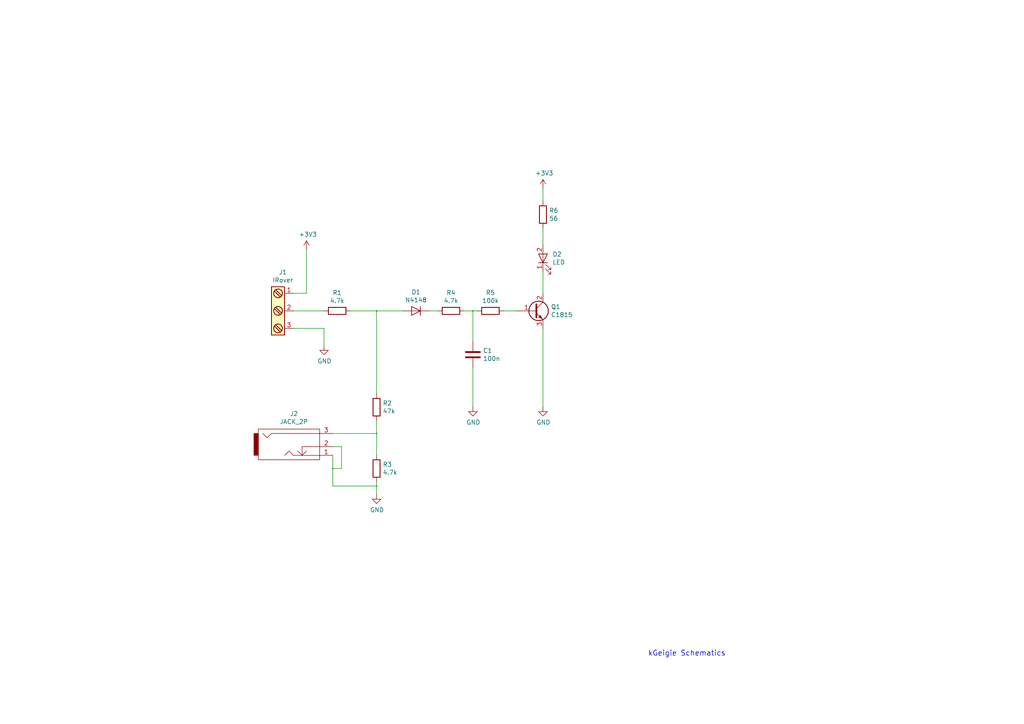
<source format=kicad_sch>
(kicad_sch (version 20210621) (generator eeschema)
  (paper "A4")
  (lib_symbols
    (symbol "kGeigie-rescue:+3.3V" (power) (pin_names (offset 0))
      (property "Value" "+3.3V" (at 0 3.556 0))
      (symbol "+3.3V_0_1"
        (polyline (pts (xy -0.762 1.27) (xy 0 2.54)))
        (polyline (pts (xy 0 0) (xy 0 2.54)))
        (polyline (pts (xy 0 2.54) (xy 0.762 1.27)))
      )
      (symbol "+3.3V_1_1"
        (pin power_in line (at 0 0 90) (length 0) hide (name "+3V3") (number "1"))
      )
    )
    (symbol "kGeigie-rescue:C" (pin_numbers hide) (pin_names (offset 0.254))
      (property "Reference" "C" (at 0.635 2.54 0))
      (property "Value" "C" (at 0.635 -2.54 0))
      (symbol "C_0_1"
        (polyline (pts (xy -2.032 -0.762) (xy 2.032 -0.762)) (stroke (width 0.508)))
        (polyline (pts (xy -2.032 0.762) (xy 2.032 0.762)) (stroke (width 0.508)))
      )
      (symbol "C_1_1"
        (pin passive line (at 0 3.81 270) (length 2.794) (name "~") (number "1"))
        (pin passive line (at 0 -3.81 90) (length 2.794) (name "~") (number "2"))
      )
    )
    (symbol "kGeigie-rescue:D" (pin_numbers hide) (pin_names (offset 1.016) hide)
      (property "Reference" "D" (at 0 2.54 0))
      (property "Value" "D" (at 0 -2.54 0))
      (symbol "D_0_1"
        (polyline (pts (xy -1.27 1.27) (xy -1.27 -1.27)) (stroke (width 0.2032)))
        (polyline (pts (xy 1.27 0) (xy -1.27 0)))
        (polyline (pts (xy 1.27 1.27) (xy 1.27 -1.27) (xy -1.27 0) (xy 1.27 1.27)) (stroke (width 0.2032)))
      )
      (symbol "D_1_1"
        (pin passive line (at -3.81 0 0) (length 2.54) (name "K") (number "1"))
        (pin passive line (at 3.81 0 180) (length 2.54) (name "A") (number "2"))
      )
    )
    (symbol "kGeigie-rescue:GND" (power) (pin_names (offset 0))
      (property "Value" "GND" (at 0 -3.81 0))
      (symbol "GND_0_1"
        (polyline (pts (xy 0 0) (xy 0 -1.27) (xy 1.27 -1.27) (xy 0 -2.54) (xy -1.27 -1.27) (xy 0 -1.27)))
      )
      (symbol "GND_1_1"
        (pin power_in line (at 0 0 270) (length 0) hide (name "GND") (number "1"))
      )
    )
    (symbol "kGeigie-rescue:JACK_2P" (pin_names (offset 1.016))
      (property "Reference" "J" (at -8.89 -5.08 0))
      (property "Value" "JACK_2P" (at -3.81 6.35 0))
      (symbol "JACK_2P_0_1"
        (rectangle (start 7.62 -3.81) (end -10.16 5.08))
        (rectangle (start -11.43 3.81) (end -10.16 -2.54) (fill (type outline)))
        (polyline (pts (xy 3.81 0) (xy 7.62 0) (xy 7.62 0)))
        (polyline (pts (xy 0 -2.54) (xy -1.27 -1.27) (xy -2.54 -2.54) (xy -2.54 -2.54)))
        (polyline (pts (xy 0 -2.54) (xy 7.62 -2.54) (xy 7.62 -2.54) (xy 7.62 -2.54)))
        (polyline (pts (xy 1.27 -1.27) (xy 2.54 -2.54) (xy 3.81 -1.27) (xy 3.81 -1.27)))
        (polyline (pts (xy 3.81 0) (xy 2.54 0) (xy 2.54 -2.54) (xy 2.54 -2.54)))
        (polyline (pts (xy 7.62 3.81) (xy -6.35 3.81) (xy -7.62 2.54) (xy -8.89 3.81) (xy -8.89 3.81)))
      )
      (symbol "JACK_2P_1_1"
        (pin passive line (at 11.43 -2.54 180) (length 3.81) (name "~") (number "1"))
        (pin passive line (at 11.43 0 180) (length 3.81) (name "~") (number "2"))
        (pin passive line (at 11.43 3.81 180) (length 3.81) (name "~") (number "3"))
      )
    )
    (symbol "kGeigie-rescue:LED" (pin_names (offset 1.016) hide)
      (property "Reference" "D" (at 0 2.54 0))
      (property "Value" "LED" (at 0 -2.54 0))
      (symbol "LED_0_1"
        (polyline (pts (xy -1.27 -1.27) (xy -1.27 1.27)) (stroke (width 0.2032)))
        (polyline (pts (xy -1.27 0) (xy 1.27 0)))
        (polyline (pts (xy 1.27 -1.27) (xy 1.27 1.27) (xy -1.27 0) (xy 1.27 -1.27)) (stroke (width 0.2032)))
        (polyline (pts (xy -3.048 -0.762) (xy -4.572 -2.286) (xy -3.81 -2.286) (xy -4.572 -2.286) (xy -4.572 -1.524)))
        (polyline (pts (xy -1.778 -0.762) (xy -3.302 -2.286) (xy -2.54 -2.286) (xy -3.302 -2.286) (xy -3.302 -1.524)))
      )
      (symbol "LED_1_1"
        (pin passive line (at -3.81 0 0) (length 2.54) (name "K") (number "1"))
        (pin passive line (at 3.81 0 180) (length 2.54) (name "A") (number "2"))
      )
    )
    (symbol "kGeigie-rescue:Q_NPN_BCE" (pin_names (offset 0) hide)
      (property "Reference" "Q" (at 5.08 1.27 0))
      (property "Value" "Q_NPN_BCE" (at 5.08 -1.27 0))
      (symbol "Q_NPN_BCE_0_1"
        (circle (center 1.27 0) (radius 2.8194) (stroke (width 0.254)))
        (polyline (pts (xy 0.635 0.635) (xy 2.54 2.54)))
        (polyline (pts (xy 0.635 -0.635) (xy 2.54 -2.54) (xy 2.54 -2.54)))
        (polyline (pts (xy 0.635 1.905) (xy 0.635 -1.905) (xy 0.635 -1.905)) (stroke (width 0.508)))
        (polyline (pts (xy 1.27 -1.778) (xy 1.778 -1.27) (xy 2.286 -2.286) (xy 1.27 -1.778) (xy 1.27 -1.778)) (fill (type outline)))
      )
      (symbol "Q_NPN_BCE_1_1"
        (pin input line (at -5.08 0 0) (length 5.715) (name "B") (number "1"))
        (pin passive line (at 2.54 5.08 270) (length 2.54) (name "C") (number "2"))
        (pin passive line (at 2.54 -5.08 90) (length 2.54) (name "E") (number "3"))
      )
    )
    (symbol "kGeigie-rescue:R" (pin_numbers hide) (pin_names (offset 0))
      (property "Reference" "R" (at 2.032 0 90))
      (property "Value" "R" (at 0 0 90))
      (symbol "R_0_1"
        (rectangle (start -1.016 -2.54) (end 1.016 2.54) (stroke (width 0.254)))
      )
      (symbol "R_1_1"
        (pin passive line (at 0 3.81 270) (length 1.27) (name "~") (number "1"))
        (pin passive line (at 0 -3.81 90) (length 1.27) (name "~") (number "2"))
      )
    )
    (symbol "kGeigie-rescue:Screw_Terminal_1x03" (pin_names (offset 0.762) hide)
      (property "Reference" "J" (at 0 8.89 0))
      (property "Value" "Screw_Terminal_1x03" (at -3.81 0 90))
      (symbol "Screw_Terminal_1x03_0_1"
        (circle (center 0.635 -5.08) (radius 1.27) (stroke (width 0.254)))
        (circle (center 0.635 0) (radius 1.27) (stroke (width 0.254)))
        (circle (center 0.635 5.08) (radius 1.27) (stroke (width 0.254)))
        (rectangle (start -1.27 6.985) (end 2.54 -6.985) (stroke (width 0.254)) (fill (type background)))
        (polyline (pts (xy -0.381 0.635) (xy 1.27 -1.016)) (stroke (width 0.254)))
        (polyline (pts (xy 0 -4.064) (xy 1.651 -5.715)) (stroke (width 0.254)))
        (polyline (pts (xy 0 6.096) (xy 1.651 4.445)) (stroke (width 0.254)))
        (polyline (pts (xy 1.27 -6.096) (xy -0.381 -4.445)) (stroke (width 0.254)))
        (polyline (pts (xy 1.27 4.064) (xy -0.381 5.715)) (stroke (width 0.254)))
        (polyline (pts (xy 1.651 -0.635) (xy 0 1.016)) (stroke (width 0.254)))
      )
      (symbol "Screw_Terminal_1x03_1_1"
        (pin passive line (at 5.08 5.08 180) (length 2.54) (name "~") (number "1"))
        (pin passive line (at 5.08 0 180) (length 2.54) (name "~") (number "2"))
        (pin passive line (at 5.08 -5.08 180) (length 2.54) (name "~") (number "3"))
      )
    )
  )
  (junction (at 96.52 135.89) (diameter 0.259))
  (junction (at 109.22 90.17) (diameter 0.259))
  (junction (at 109.22 125.73) (diameter 0.259))
  (junction (at 109.22 140.97) (diameter 0.259))
  (junction (at 137.16 90.17) (diameter 0.259))
  (wire (pts (xy 85.09 85.09) (xy 88.9 85.09)))
  (wire (pts (xy 85.09 90.17) (xy 93.98 90.17)))
  (wire (pts (xy 85.09 95.25) (xy 93.98 95.25)))
  (wire (pts (xy 88.9 85.09) (xy 88.9 72.39)))
  (wire (pts (xy 93.98 95.25) (xy 93.98 100.33)))
  (wire (pts (xy 96.52 125.73) (xy 109.22 125.73)))
  (wire (pts (xy 96.52 132.08) (xy 96.52 135.89)))
  (wire (pts (xy 96.52 135.89) (xy 96.52 140.97)))
  (wire (pts (xy 96.52 135.89) (xy 99.06 135.89)))
  (wire (pts (xy 96.52 140.97) (xy 109.22 140.97)))
  (wire (pts (xy 99.06 129.54) (xy 96.52 129.54)))
  (wire (pts (xy 99.06 135.89) (xy 99.06 129.54)))
  (wire (pts (xy 101.6 90.17) (xy 109.22 90.17)))
  (wire (pts (xy 109.22 90.17) (xy 109.22 114.3)))
  (wire (pts (xy 109.22 90.17) (xy 116.84 90.17)))
  (wire (pts (xy 109.22 121.92) (xy 109.22 125.73)))
  (wire (pts (xy 109.22 125.73) (xy 109.22 132.08)))
  (wire (pts (xy 109.22 139.7) (xy 109.22 140.97)))
  (wire (pts (xy 109.22 140.97) (xy 109.22 143.51)))
  (wire (pts (xy 124.46 90.17) (xy 127 90.17)))
  (wire (pts (xy 134.62 90.17) (xy 137.16 90.17)))
  (wire (pts (xy 137.16 90.17) (xy 138.43 90.17)))
  (wire (pts (xy 137.16 99.06) (xy 137.16 90.17)))
  (wire (pts (xy 137.16 106.68) (xy 137.16 118.11)))
  (wire (pts (xy 149.86 90.17) (xy 146.05 90.17)))
  (wire (pts (xy 157.48 54.61) (xy 157.48 58.42)))
  (wire (pts (xy 157.48 71.12) (xy 157.48 66.04)))
  (wire (pts (xy 157.48 85.09) (xy 157.48 78.74)))
  (wire (pts (xy 157.48 95.25) (xy 157.48 118.11)))
  (text "kGeigie Schematics" (at 187.96 190.5 0) (effects (font (size 1.524 1.524)) (justify left bottom)))
  (symbol (lib_id "kGeigie-rescue:+3.3V") (at 88.9 72.39 0) (unit 1)
    (property "Reference" "#PWR1" (effects hide))
    (property "Value" "+3.3V" (at 89.281 67.9958 0))
  )
  (symbol (lib_id "kGeigie-rescue:+3.3V") (at 157.48 54.61 0) (unit 1)
    (property "Reference" "#PWR5" (effects hide))
    (property "Value" "+3.3V" (at 157.861 50.2158 0))
  )
  (symbol (lib_id "kGeigie-rescue:GND") (at 93.98 100.33 0) (unit 1)
    (property "Reference" "#PWR2" (effects hide))
    (property "Value" "GND" (at 94.107 104.7242 0))
  )
  (symbol (lib_id "kGeigie-rescue:GND") (at 109.22 143.51 0) (unit 1)
    (property "Reference" "#PWR3" (effects hide))
    (property "Value" "GND" (at 109.347 147.9042 0))
  )
  (symbol (lib_id "kGeigie-rescue:GND") (at 137.16 118.11 0) (unit 1)
    (property "Reference" "#PWR4" (effects hide))
    (property "Value" "GND" (at 137.287 122.5042 0))
  )
  (symbol (lib_id "kGeigie-rescue:GND") (at 157.48 118.11 0) (unit 1)
    (property "Reference" "#PWR6" (effects hide))
    (property "Value" "GND" (at 157.607 122.5042 0))
  )
  (symbol (lib_id "kGeigie-rescue:R") (at 97.79 90.17 270) (unit 1)
    (property "Reference" "R1" (at 97.79 84.9122 90))
    (property "Value" "4.7k" (at 97.79 87.2236 90))
  )
  (symbol (lib_id "kGeigie-rescue:R") (at 109.22 118.11 0) (unit 1)
    (property "Reference" "R2" (at 110.998 116.9416 0) (effects (justify left)))
    (property "Value" "47k" (at 110.998 119.253 0) (effects (justify left)))
  )
  (symbol (lib_id "kGeigie-rescue:R") (at 109.22 135.89 0) (unit 1)
    (property "Reference" "R3" (at 110.998 134.7216 0) (effects (justify left)))
    (property "Value" "4.7k" (at 110.998 137.033 0) (effects (justify left)))
  )
  (symbol (lib_id "kGeigie-rescue:R") (at 130.81 90.17 270) (unit 1)
    (property "Reference" "R4" (at 130.81 84.9122 90))
    (property "Value" "4.7k" (at 130.81 87.2236 90))
  )
  (symbol (lib_id "kGeigie-rescue:R") (at 142.24 90.17 270) (unit 1)
    (property "Reference" "R5" (at 142.24 84.9122 90))
    (property "Value" "100k" (at 142.24 87.2236 90))
  )
  (symbol (lib_id "kGeigie-rescue:R") (at 157.48 62.23 0) (unit 1)
    (property "Reference" "R6" (at 159.258 61.0616 0) (effects (justify left)))
    (property "Value" "56" (at 159.258 63.373 0) (effects (justify left)))
  )
  (symbol (lib_id "kGeigie-rescue:D") (at 120.65 90.17 180) (unit 1)
    (property "Reference" "D1" (at 120.65 84.709 0))
    (property "Value" "N4148" (at 120.65 87.0204 0))
  )
  (symbol (lib_id "kGeigie-rescue:LED") (at 157.48 74.93 90) (unit 1)
    (property "Reference" "D2" (at 160.2232 73.7616 90) (effects (justify right)))
    (property "Value" "LED" (at 160.2232 76.073 90) (effects (justify right)))
  )
  (symbol (lib_id "kGeigie-rescue:C") (at 137.16 102.87 0) (unit 1)
    (property "Reference" "C1" (at 140.081 101.7016 0) (effects (justify left)))
    (property "Value" "100n" (at 140.081 104.013 0) (effects (justify left)))
  )
  (symbol (lib_id "kGeigie-rescue:Screw_Terminal_1x03") (at 80.01 90.17 0) (unit 1)
    (property "Reference" "J1" (at 82.042 78.9432 0))
    (property "Value" "IRover" (at 82.042 81.2546 0))
  )
  (symbol (lib_id "kGeigie-rescue:Q_NPN_BCE") (at 154.94 90.17 0) (unit 1)
    (property "Reference" "Q1" (at 159.7914 89.0016 0) (effects (justify left)))
    (property "Value" "C1815" (at 159.7914 91.313 0) (effects (justify left)))
  )
  (symbol (lib_id "kGeigie-rescue:JACK_2P") (at 85.09 129.54 0) (unit 1)
    (property "Reference" "J2" (at 85.2424 120.015 0))
    (property "Value" "JACK_2P" (at 85.2424 122.3264 0))
  )
)
</source>
